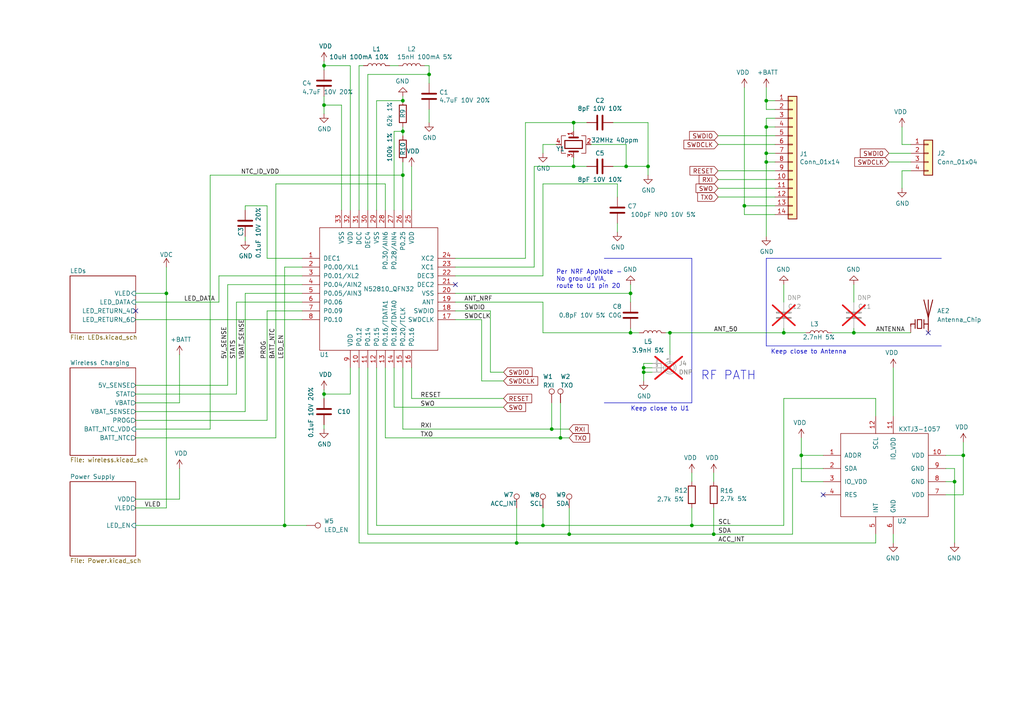
<source format=kicad_sch>
(kicad_sch (version 20230121) (generator eeschema)
  (paper "A4")
  (title_block (title "Pixels D6 Schematic, Main") (date "2022-08-26") (rev "3") (company "Systemic Games, LLC") (comment 1 "Main MCU, Accelerometer and RF"))
  (lib_symbols
    (symbol "Connector_Generic:Conn_01x04" (pin_names (offset 1.016) hide)
      (property "Reference" "J" (at 0 5.08 0))
      (property "Value" "Conn_01x04" (at 0 -7.62 0))
      (symbol "Conn_01x04_1_1"
        (rectangle (start -1.27 -4.953) (end 0 -5.207) (stroke (width 0.1524)))
        (rectangle (start -1.27 -2.413) (end 0 -2.667) (stroke (width 0.1524)))
        (rectangle (start -1.27 0.127) (end 0 -0.127) (stroke (width 0.1524)))
        (rectangle (start -1.27 2.667) (end 0 2.413) (stroke (width 0.1524)))
        (rectangle (start -1.27 3.81) (end 1.27 -6.35) (stroke (width 0.254)) (fill (type background)))
        (pin passive line (at -5.08 2.54 0) (length 3.81) (name "Pin_1") (number "1"))
        (pin passive line (at -5.08 0 0) (length 3.81) (name "Pin_2") (number "2"))
        (pin passive line (at -5.08 -2.54 0) (length 3.81) (name "Pin_3") (number "3"))
        (pin passive line (at -5.08 -5.08 0) (length 3.81) (name "Pin_4") (number "4"))
      )
    )
    (symbol "Connector_Generic:Conn_01x14" (pin_names (offset 1.016) hide)
      (property "Reference" "J" (at 0 17.78 0))
      (property "Value" "Conn_01x14" (at 0 -20.32 0))
      (symbol "Conn_01x14_1_1"
        (rectangle (start -1.27 -17.653) (end 0 -17.907) (stroke (width 0.1524)))
        (rectangle (start -1.27 -15.113) (end 0 -15.367) (stroke (width 0.1524)))
        (rectangle (start -1.27 -12.573) (end 0 -12.827) (stroke (width 0.1524)))
        (rectangle (start -1.27 -10.033) (end 0 -10.287) (stroke (width 0.1524)))
        (rectangle (start -1.27 -7.493) (end 0 -7.747) (stroke (width 0.1524)))
        (rectangle (start -1.27 -4.953) (end 0 -5.207) (stroke (width 0.1524)))
        (rectangle (start -1.27 -2.413) (end 0 -2.667) (stroke (width 0.1524)))
        (rectangle (start -1.27 0.127) (end 0 -0.127) (stroke (width 0.1524)))
        (rectangle (start -1.27 2.667) (end 0 2.413) (stroke (width 0.1524)))
        (rectangle (start -1.27 5.207) (end 0 4.953) (stroke (width 0.1524)))
        (rectangle (start -1.27 7.747) (end 0 7.493) (stroke (width 0.1524)))
        (rectangle (start -1.27 10.287) (end 0 10.033) (stroke (width 0.1524)))
        (rectangle (start -1.27 12.827) (end 0 12.573) (stroke (width 0.1524)))
        (rectangle (start -1.27 15.367) (end 0 15.113) (stroke (width 0.1524)))
        (rectangle (start -1.27 16.51) (end 1.27 -19.05) (stroke (width 0.254)) (fill (type background)))
        (pin passive line (at -5.08 15.24 0) (length 3.81) (name "Pin_1") (number "1"))
        (pin passive line (at -5.08 -7.62 0) (length 3.81) (name "Pin_10") (number "10"))
        (pin passive line (at -5.08 -10.16 0) (length 3.81) (name "Pin_11") (number "11"))
        (pin passive line (at -5.08 -12.7 0) (length 3.81) (name "Pin_12") (number "12"))
        (pin passive line (at -5.08 -15.24 0) (length 3.81) (name "Pin_13") (number "13"))
        (pin passive line (at -5.08 -17.78 0) (length 3.81) (name "Pin_14") (number "14"))
        (pin passive line (at -5.08 12.7 0) (length 3.81) (name "Pin_2") (number "2"))
        (pin passive line (at -5.08 10.16 0) (length 3.81) (name "Pin_3") (number "3"))
        (pin passive line (at -5.08 7.62 0) (length 3.81) (name "Pin_4") (number "4"))
        (pin passive line (at -5.08 5.08 0) (length 3.81) (name "Pin_5") (number "5"))
        (pin passive line (at -5.08 2.54 0) (length 3.81) (name "Pin_6") (number "6"))
        (pin passive line (at -5.08 0 0) (length 3.81) (name "Pin_7") (number "7"))
        (pin passive line (at -5.08 -2.54 0) (length 3.81) (name "Pin_8") (number "8"))
        (pin passive line (at -5.08 -5.08 0) (length 3.81) (name "Pin_9") (number "9"))
      )
    )
    (symbol "Device:Antenna_Chip" (pin_numbers hide) (pin_names (offset 1.016) hide)
      (property "Reference" "AE" (at 0 5.08 0))
      (property "Value" "Antenna_Chip" (at 0 3.175 0))
      (symbol "Antenna_Chip_0_1"
        (polyline (pts (xy -2.54 0) (xy -2.54 -0.635)) (stroke (width 0.254)))
        (polyline (pts (xy -2.54 0) (xy -1.27 0)) (stroke (width 0.254)))
        (polyline (pts (xy 1.27 0) (xy 2.54 0)) (stroke (width 0.254)))
        (polyline (pts (xy 1.27 1.27) (xy 1.27 -1.27)) (stroke (width 0.254)))
        (polyline (pts (xy 2.54 -0.635) (xy 2.54 0)))
        (polyline (pts (xy 2.54 6.985) (xy 2.54 -1.905)) (stroke (width 0.254)))
        (polyline (pts (xy -1.27 1.27) (xy -1.27 -1.27) (xy -1.27 0)) (stroke (width 0.254)))
        (polyline (pts (xy 3.81 6.985) (xy 2.54 1.905) (xy 1.27 6.985)) (stroke (width 0.254)))
        (polyline (pts (xy -0.635 1.27) (xy 0.635 1.27) (xy 0.635 -1.27) (xy -0.635 -1.27) (xy -0.635 1.27)) (stroke (width 0.254)))
      )
      (symbol "Antenna_Chip_1_1"
        (pin input line (at -2.54 -2.54 90) (length 2.54) (name "FEED") (number "1"))
        (pin passive line (at 2.54 -2.54 90) (length 2.54) (name "PCB_Trace") (number "2"))
      )
    )
    (symbol "Device:C" (pin_numbers hide) (pin_names (offset 0.254))
      (property "Reference" "C" (at 0.635 2.54 0))
      (property "Value" "C" (at 0.635 -2.54 0))
      (symbol "C_0_1"
        (polyline (pts (xy -2.032 -0.762) (xy 2.032 -0.762)) (stroke (width 0.508)))
        (polyline (pts (xy -2.032 0.762) (xy 2.032 0.762)) (stroke (width 0.508)))
      )
      (symbol "C_1_1"
        (pin passive line (at 0 3.81 270) (length 2.794) (name "~") (number "1"))
        (pin passive line (at 0 -3.81 90) (length 2.794) (name "~") (number "2"))
      )
    )
    (symbol "Device:Crystal_GND24" (pin_names (offset 1.016) hide)
      (property "Reference" "Y" (at 3.175 5.08 0))
      (property "Value" "Crystal_GND24" (at 3.175 3.175 0))
      (symbol "Crystal_GND24_0_1"
        (rectangle (start -1.143 2.54) (end 1.143 -2.54) (stroke (width 0.3048)))
        (polyline (pts (xy -2.54 0) (xy -2.032 0)))
        (polyline (pts (xy -2.032 -1.27) (xy -2.032 1.27)) (stroke (width 0.508)))
        (polyline (pts (xy 0 -3.81) (xy 0 -3.556)))
        (polyline (pts (xy 0 3.556) (xy 0 3.81)))
        (polyline (pts (xy 2.032 -1.27) (xy 2.032 1.27)) (stroke (width 0.508)))
        (polyline (pts (xy 2.032 0) (xy 2.54 0)))
        (polyline (pts (xy -2.54 -2.286) (xy -2.54 -3.556) (xy 2.54 -3.556) (xy 2.54 -2.286)))
        (polyline (pts (xy -2.54 2.286) (xy -2.54 3.556) (xy 2.54 3.556) (xy 2.54 2.286)))
      )
      (symbol "Crystal_GND24_1_1"
        (pin passive line (at -3.81 0 0) (length 1.27) (name "1") (number "1"))
        (pin passive line (at 0 5.08 270) (length 1.27) (name "2") (number "2"))
        (pin passive line (at 3.81 0 180) (length 1.27) (name "3") (number "3"))
        (pin passive line (at 0 -5.08 90) (length 1.27) (name "4") (number "4"))
      )
    )
    (symbol "Device:L" (pin_numbers hide) (pin_names (offset 1.016) hide)
      (property "Reference" "L" (at -1.27 0 90))
      (property "Value" "L" (at 1.905 0 90))
      (symbol "L_0_1"
        (arc (start 0 -2.54) (mid 0.6323 -1.905) (end 0 -1.27))
        (arc (start 0 -1.27) (mid 0.6323 -0.635) (end 0 0))
        (arc (start 0 0) (mid 0.6323 0.635) (end 0 1.27))
        (arc (start 0 1.27) (mid 0.6323 1.905) (end 0 2.54))
      )
      (symbol "L_1_1"
        (pin passive line (at 0 3.81 270) (length 1.27) (name "1") (number "1"))
        (pin passive line (at 0 -3.81 90) (length 1.27) (name "2") (number "2"))
      )
    )
    (symbol "Device:R" (pin_numbers hide) (pin_names (offset 0))
      (property "Reference" "R" (at 2.032 0 90))
      (property "Value" "R" (at 0 0 90))
      (symbol "R_0_1"
        (rectangle (start -1.016 -2.54) (end 1.016 2.54) (stroke (width 0.254)))
      )
      (symbol "R_1_1"
        (pin passive line (at 0 3.81 270) (length 1.27) (name "~") (number "1"))
        (pin passive line (at 0 -3.81 90) (length 1.27) (name "~") (number "2"))
      )
    )
    (symbol "Pixels-dice:KXTJ3-1057" (pin_names (offset 1.016))
      (property "Reference" "U" (at 10.16 -12.7 0))
      (property "Value" "KXTJ3-1057" (at 8.89 13.97 0))
      (symbol "KXTJ3-1057_0_1"
        (rectangle (start -12.7 12.7) (end 12.7 -11.43))
      )
      (symbol "KXTJ3-1057_1_1"
        (pin input line (at -17.78 6.35 0) (length 5.08) (name "ADDR") (number "1"))
        (pin power_in line (at 17.78 6.35 180) (length 5.08) (name "VDD") (number "10"))
        (pin power_in line (at 2.54 17.78 270) (length 5.08) (name "IO_VDD") (number "11"))
        (pin input line (at -2.54 17.78 270) (length 5.08) (name "SCL") (number "12"))
        (pin bidirectional line (at -17.78 2.54 0) (length 5.08) (name "SDA") (number "2"))
        (pin power_in line (at -17.78 -1.27 0) (length 5.08) (name "IO_VDD") (number "3"))
        (pin passive line (at -17.78 -5.08 0) (length 5.08) (name "RES") (number "4"))
        (pin output line (at -2.54 -16.51 90) (length 5.08) (name "INT") (number "5"))
        (pin power_in line (at 2.54 -16.51 90) (length 5.08) (name "GND") (number "6"))
        (pin power_in line (at 17.78 -5.08 180) (length 5.08) (name "VDD") (number "7"))
        (pin power_in line (at 17.78 -1.27 180) (length 5.08) (name "GND") (number "8"))
        (pin power_in line (at 17.78 2.54 180) (length 5.08) (name "GND") (number "9"))
      )
    )
    (symbol "Pixels-dice:N52810_QFN32" (pin_names (offset 1.016))
      (property "Reference" "U" (at 13.97 -19.05 0))
      (property "Value" "N52810_QFN32" (at 2.54 0 0))
      (symbol "N52810_QFN32_0_1"
        (rectangle (start -17.78 17.78) (end 16.51 -17.78))
      )
      (symbol "N52810_QFN32_1_1"
        (pin power_out line (at -22.86 8.89 0) (length 5.08) (name "DEC1") (number "1"))
        (pin bidirectional line (at -6.35 -22.86 90) (length 5.08) (name "P0.12") (number "10"))
        (pin bidirectional line (at -3.81 -22.86 90) (length 5.08) (name "P0.14") (number "11"))
        (pin bidirectional line (at -1.27 -22.86 90) (length 5.08) (name "P0.15") (number "12"))
        (pin bidirectional line (at 1.27 -22.86 90) (length 5.08) (name "P0.16/TDATA1") (number "13"))
        (pin bidirectional line (at 3.81 -22.86 90) (length 5.08) (name "P0.18/TDATA0") (number "14"))
        (pin bidirectional line (at 6.35 -22.86 90) (length 5.08) (name "P0.20/TCLK") (number "15"))
        (pin bidirectional line (at 8.89 -22.86 90) (length 5.08) (name "P0.16") (number "16"))
        (pin bidirectional line (at 21.59 -8.89 180) (length 5.08) (name "SWDCLK") (number "17"))
        (pin bidirectional line (at 21.59 -6.35 180) (length 5.08) (name "SWDIO") (number "18"))
        (pin output line (at 21.59 -3.81 180) (length 5.08) (name "ANT") (number "19"))
        (pin bidirectional line (at -22.86 6.35 0) (length 5.08) (name "P0.00/XL1") (number "2"))
        (pin output line (at 21.59 -1.27 180) (length 5.08) (name "VSS") (number "20"))
        (pin output line (at 21.59 1.27 180) (length 5.08) (name "DEC2") (number "21"))
        (pin output line (at 21.59 3.81 180) (length 5.08) (name "DEC3") (number "22"))
        (pin output line (at 21.59 6.35 180) (length 5.08) (name "XC1") (number "23"))
        (pin input line (at 21.59 8.89 180) (length 5.08) (name "XC2") (number "24"))
        (pin power_in line (at 8.89 22.86 270) (length 5.08) (name "VDD") (number "25"))
        (pin bidirectional line (at 6.35 22.86 270) (length 5.08) (name "P0.25") (number "26"))
        (pin bidirectional line (at 3.81 22.86 270) (length 5.08) (name "P0.28/AIN4") (number "27"))
        (pin bidirectional line (at 1.27 22.86 270) (length 5.08) (name "P0.30/AIN6") (number "28"))
        (pin power_in line (at -1.27 22.86 270) (length 5.08) (name "VSS") (number "29"))
        (pin bidirectional line (at -22.86 3.81 0) (length 5.08) (name "P0.01/XL2") (number "3"))
        (pin output line (at -3.81 22.86 270) (length 5.08) (name "DEC4") (number "30"))
        (pin output line (at -6.35 22.86 270) (length 5.08) (name "DCC") (number "31"))
        (pin power_in line (at -8.89 22.86 270) (length 5.08) (name "VDD") (number "32"))
        (pin power_in line (at -11.43 22.86 270) (length 5.08) (name "VSS") (number "33"))
        (pin bidirectional line (at -22.86 1.27 0) (length 5.08) (name "P0.04/AIN2") (number "4"))
        (pin bidirectional line (at -22.86 -1.27 0) (length 5.08) (name "P0.05/AIN3") (number "5"))
        (pin bidirectional line (at -22.86 -3.81 0) (length 5.08) (name "P0.06") (number "6"))
        (pin bidirectional line (at -22.86 -6.35 0) (length 5.08) (name "P0.09") (number "7"))
        (pin bidirectional line (at -22.86 -8.89 0) (length 5.08) (name "P0.10") (number "8"))
        (pin power_in line (at -8.89 -22.86 90) (length 5.08) (name "VDD") (number "9"))
      )
    )
    (symbol "Pixels-dice:TEST_1P-conn" (pin_numbers hide) (pin_names (offset 0.762) hide) (in_bom no)
      (property "Reference" "W" (at 0 6.858 0))
      (property "Value" "TEST_1P-conn" (at 0 5.08 0))
      (symbol "TEST_1P-conn_0_1"
        (circle (center 0 3.302) (radius 0.762))
      )
      (symbol "TEST_1P-conn_1_1"
        (pin passive line (at 0 0 90) (length 2.54) (name "1") (number "1"))
      )
    )
    (symbol "Pixels-dice:W.FL"
      (property "Reference" "J" (at 3.81 -1.27 0))
      (property "Value" "W.FL" (at 4.445 1.27 0))
      (symbol "W.FL_0_1"
        (polyline (pts (xy -1.27 -2.54) (xy 1.27 -2.54)))
        (polyline (pts (xy 0 -2.54) (xy 0 -1.905)))
        (circle (center 0 0) (radius 1.27))
        (circle (center 0 0) (radius 1.7961))
      )
      (symbol "W.FL_1_1"
        (pin passive line (at 1.27 -5.08 90) (length 2.54) (name "") (number "1"))
        (pin passive line (at -1.27 -5.08 90) (length 2.54) (name "") (number "2"))
        (pin passive line (at 0 -5.08 90) (length 2.54) (name "") (number "3"))
        (pin passive line (at -3.81 0 0) (length 2.54) (name "RF") (number "4"))
      )
    )
    (symbol "TEST_1P-conn_1" (pin_numbers hide) (pin_names (offset 0.762) hide) (in_bom no)
      (property "Reference" "W" (at 0 6.858 0))
      (property "Value" "TEST_1P-conn_1" (at 0 5.08 0))
      (symbol "TEST_1P-conn_1_0_1"
        (circle (center 0 3.302) (radius 0.762))
      )
      (symbol "TEST_1P-conn_1_1_1"
        (pin passive line (at 0 0 90) (length 2.54) (name "1") (number "1"))
      )
    )
    (symbol "TEST_1P-conn_2" (pin_numbers hide) (pin_names (offset 0.762) hide) (in_bom no)
      (property "Reference" "W" (at 0 6.858 0))
      (property "Value" "TEST_1P-conn_2" (at 0 5.08 0))
      (symbol "TEST_1P-conn_2_0_1"
        (circle (center 0 3.302) (radius 0.762))
      )
      (symbol "TEST_1P-conn_2_1_1"
        (pin passive line (at 0 0 90) (length 2.54) (name "1") (number "1"))
      )
    )
    (symbol "TEST_1P-conn_3" (pin_numbers hide) (pin_names (offset 0.762) hide) (in_bom no)
      (property "Reference" "W" (at 0 6.858 0))
      (property "Value" "TEST_1P-conn_3" (at 0 5.08 0))
      (symbol "TEST_1P-conn_3_0_1"
        (circle (center 0 3.302) (radius 0.762))
      )
      (symbol "TEST_1P-conn_3_1_1"
        (pin passive line (at 0 0 90) (length 2.54) (name "1") (number "1"))
      )
    )
    (symbol "TEST_1P-conn_4" (pin_numbers hide) (pin_names (offset 0.762) hide) (in_bom no)
      (property "Reference" "W" (at 0 6.858 0))
      (property "Value" "TEST_1P-conn_4" (at 0 5.08 0))
      (symbol "TEST_1P-conn_4_0_1"
        (circle (center 0 3.302) (radius 0.762))
      )
      (symbol "TEST_1P-conn_4_1_1"
        (pin passive line (at 0 0 90) (length 2.54) (name "1") (number "1"))
      )
    )
    (symbol "TEST_1P-conn_5" (pin_numbers hide) (pin_names (offset 0.762) hide) (in_bom no)
      (property "Reference" "W" (at 0 6.858 0))
      (property "Value" "TEST_1P-conn_5" (at 0 5.08 0))
      (symbol "TEST_1P-conn_5_0_1"
        (circle (center 0 3.302) (radius 0.762))
      )
      (symbol "TEST_1P-conn_5_1_1"
        (pin passive line (at 0 0 90) (length 2.54) (name "1") (number "1"))
      )
    )
    (symbol "power:+BATT" (power) (pin_names (offset 0))
      (property "Value" "+BATT" (at 0 3.556 0))
      (symbol "+BATT_0_1"
        (polyline (pts (xy -0.762 1.27) (xy 0 2.54)))
        (polyline (pts (xy 0 0) (xy 0 2.54)))
        (polyline (pts (xy 0 2.54) (xy 0.762 1.27)))
      )
      (symbol "+BATT_1_1"
        (pin power_in line (at 0 0 90) (length 0) hide (name "+BATT") (number "1"))
      )
    )
    (symbol "power:GND" (power) (pin_names (offset 0))
      (property "Value" "GND" (at 0 -3.81 0))
      (symbol "GND_0_1"
        (polyline (pts (xy 0 0) (xy 0 -1.27) (xy 1.27 -1.27) (xy 0 -2.54) (xy -1.27 -1.27) (xy 0 -1.27)))
      )
      (symbol "GND_1_1"
        (pin power_in line (at 0 0 270) (length 0) hide (name "GND") (number "1"))
      )
    )
    (symbol "power:VDC" (power) (pin_names (offset 0))
      (property "Value" "VDC" (at 0 6.35 0))
      (symbol "VDC_0_1"
        (polyline (pts (xy -0.762 1.27) (xy 0 2.54)))
        (polyline (pts (xy 0 0) (xy 0 2.54)))
        (polyline (pts (xy 0 2.54) (xy 0.762 1.27)))
      )
      (symbol "VDC_1_1"
        (pin power_in line (at 0 0 90) (length 0) hide (name "VDC") (number "1"))
      )
    )
    (symbol "power:VDD" (power) (pin_names (offset 0))
      (property "Value" "VDD" (at 0 3.81 0))
      (symbol "VDD_0_1"
        (polyline (pts (xy -0.762 1.27) (xy 0 2.54)))
        (polyline (pts (xy 0 0) (xy 0 2.54)))
        (polyline (pts (xy 0 2.54) (xy 0.762 1.27)))
      )
      (symbol "VDD_1_1"
        (pin power_in line (at 0 0 90) (length 0) hide (name "VDD") (number "1"))
      )
    )
  )
  (junction (at 279.4 132.08))
  (junction (at 227.33 96.52))
  (junction (at 181.61 48.26))
  (junction (at 276.86 139.7))
  (junction (at 93.98 30.48))
  (junction (at 116.84 50.8))
  (junction (at 93.98 19.05))
  (junction (at 194.31 96.52))
  (junction (at 116.84 38.1))
  (junction (at 186.69 106.68))
  (junction (at 166.37 48.26))
  (junction (at 149.86 157.48))
  (junction (at 165.1 154.94))
  (junction (at 207.01 154.94))
  (junction (at 222.25 36.83))
  (junction (at 93.98 114.3))
  (junction (at 182.88 85.09))
  (junction (at 82.55 152.4))
  (junction (at 222.25 44.45))
  (junction (at 116.84 29.21))
  (junction (at 222.25 29.21))
  (junction (at 187.96 48.26))
  (junction (at 222.25 46.99))
  (junction (at 48.26 85.09))
  (junction (at 162.56 127))
  (junction (at 124.46 21.59))
  (junction (at 232.41 132.08))
  (junction (at 215.9 59.69))
  (junction (at 157.48 152.4))
  (junction (at 182.88 96.52))
  (junction (at 186.69 107.95))
  (junction (at 160.02 124.46))
  (junction (at 200.66 152.4))
  (junction (at 166.37 35.56))
  (junction (at 247.65 96.52))
  (no_connect (at 132.08 82.55))
  (no_connect (at 238.76 143.51))
  (no_connect (at 269.24 96.52))
  (no_connect (at 39.37 90.17))
  (wire (pts (xy 99.06 30.48) (xy 93.98 30.48)))
  (wire (pts (xy 99.06 60.96) (xy 99.06 30.48)))
  (wire (pts (xy 222.25 34.29) (xy 222.25 36.83)))
  (wire (pts (xy 207.01 137.16) (xy 207.01 139.7)))
  (wire (pts (xy 193.04 96.52) (xy 194.31 96.52)))
  (wire (pts (xy 60.96 50.8) (xy 60.96 124.46)))
  (wire (pts (xy 149.86 147.32) (xy 149.86 157.48)))
  (wire (pts (xy 109.22 29.21) (xy 109.22 60.96)))
  (wire (pts (xy 181.61 41.91) (xy 181.61 48.26)))
  (wire (pts (xy 154.94 77.47) (xy 154.94 48.26)))
  (wire (pts (xy 93.98 19.05) (xy 93.98 20.32)))
  (wire (pts (xy 232.41 139.7) (xy 232.41 132.08)))
  (wire (pts (xy 279.4 143.51) (xy 274.32 143.51)))
  (wire (pts (xy 101.6 19.05) (xy 93.98 19.05)))
  (wire (pts (xy 177.8 48.26) (xy 181.61 48.26)))
  (wire (pts (xy 157.48 80.01) (xy 132.08 80.01)))
  (wire (pts (xy 139.7 110.49) (xy 146.05 110.49)))
  (wire (pts (xy 132.08 74.93) (xy 152.4 74.93)))
  (wire (pts (xy 238.76 135.89) (xy 229.87 135.89)))
  (wire (pts (xy 106.68 154.94) (xy 106.68 106.68)))
  (wire (pts (xy 261.62 49.53) (xy 264.16 49.53)))
  (wire (pts (xy 207.01 147.32) (xy 207.01 154.94)))
  (wire (pts (xy 241.3 96.52) (xy 247.65 96.52)))
  (wire (pts (xy 257.81 46.99) (xy 264.16 46.99)))
  (wire (pts (xy 189.23 106.68) (xy 186.69 106.68)))
  (wire (pts (xy 187.96 35.56) (xy 187.96 48.26)))
  (wire (pts (xy 224.79 46.99) (xy 222.25 46.99)))
  (wire (pts (xy 160.02 124.46) (xy 165.1 124.46)))
  (wire (pts (xy 166.37 35.56) (xy 170.18 35.56)))
  (wire (pts (xy 259.08 154.94) (xy 259.08 157.48)))
  (wire (pts (xy 39.37 114.3) (xy 68.58 114.3)))
  (wire (pts (xy 208.28 41.91) (xy 224.79 41.91)))
  (wire (pts (xy 39.37 147.32) (xy 48.26 147.32)))
  (wire (pts (xy 215.9 59.69) (xy 215.9 62.23)))
  (wire (pts (xy 116.84 124.46) (xy 116.84 106.68)))
  (wire (pts (xy 68.58 87.63) (xy 68.58 114.3)))
  (wire (pts (xy 162.56 127) (xy 165.1 127)))
  (wire (pts (xy 80.01 53.34) (xy 111.76 53.34)))
  (wire (pts (xy 111.76 53.34) (xy 111.76 60.96)))
  (wire (pts (xy 124.46 31.75) (xy 124.46 35.56)))
  (wire (pts (xy 39.37 111.76) (xy 66.04 111.76)))
  (wire (pts (xy 93.98 114.3) (xy 93.98 115.57)))
  (wire (pts (xy 149.86 157.48) (xy 254 157.48)))
  (wire (pts (xy 66.04 82.55) (xy 66.04 111.76)))
  (wire (pts (xy 224.79 59.69) (xy 215.9 59.69)))
  (wire (pts (xy 274.32 139.7) (xy 276.86 139.7)))
  (wire (pts (xy 152.4 74.93) (xy 152.4 35.56)))
  (wire (pts (xy 132.08 90.17) (xy 142.24 90.17)))
  (wire (pts (xy 186.69 107.95) (xy 186.69 110.49)))
  (wire (pts (xy 114.3 106.68) (xy 114.3 118.11)))
  (wire (pts (xy 109.22 106.68) (xy 109.22 152.4)))
  (wire (pts (xy 101.6 60.96) (xy 101.6 19.05)))
  (wire (pts (xy 39.37 87.63) (xy 63.5 87.63)))
  (wire (pts (xy 254 120.65) (xy 254 115.57)))
  (wire (pts (xy 222.25 31.75) (xy 224.79 31.75)))
  (wire (pts (xy 93.98 114.3) (xy 93.98 113.03)))
  (wire (pts (xy 182.88 96.52) (xy 185.42 96.52)))
  (wire (pts (xy 142.24 107.95) (xy 146.05 107.95)))
  (wire (pts (xy 222.25 29.21) (xy 222.25 31.75)))
  (wire (pts (xy 161.29 41.91) (xy 157.48 41.91)))
  (wire (pts (xy 182.88 85.09) (xy 182.88 87.63)))
  (wire (pts (xy 160.02 116.84) (xy 160.02 124.46)))
  (wire (pts (xy 39.37 127) (xy 80.01 127)))
  (wire (pts (xy 222.25 44.45) (xy 222.25 46.99)))
  (wire (pts (xy 52.07 144.78) (xy 52.07 135.89)))
  (wire (pts (xy 104.14 19.05) (xy 104.14 60.96)))
  (wire (pts (xy 114.3 38.1) (xy 114.3 60.96)))
  (wire (pts (xy 123.19 19.05) (xy 124.46 19.05)))
  (wire (pts (xy 124.46 21.59) (xy 106.68 21.59)))
  (wire (pts (xy 165.1 154.94) (xy 207.01 154.94)))
  (wire (pts (xy 208.28 49.53) (xy 224.79 49.53)))
  (wire (pts (xy 232.41 132.08) (xy 238.76 132.08)))
  (wire (pts (xy 194.31 96.52) (xy 194.31 102.87)))
  (wire (pts (xy 186.69 106.68) (xy 186.69 107.95)))
  (wire (pts (xy 177.8 35.56) (xy 187.96 35.56)))
  (wire (pts (xy 227.33 95.25) (xy 227.33 96.52)))
  (wire (pts (xy 222.25 36.83) (xy 222.25 44.45)))
  (polyline (pts (xy 222.25 74.93) (xy 222.25 100.33)))
  (wire (pts (xy 39.37 85.09) (xy 48.26 85.09)))
  (wire (pts (xy 274.32 135.89) (xy 276.86 135.89)))
  (wire (pts (xy 279.4 132.08) (xy 279.4 143.51)))
  (wire (pts (xy 114.3 38.1) (xy 116.84 38.1)))
  (wire (pts (xy 261.62 41.91) (xy 264.16 41.91)))
  (wire (pts (xy 132.08 85.09) (xy 182.88 85.09)))
  (polyline (pts (xy 200.66 74.93) (xy 200.66 116.84)))
  (wire (pts (xy 257.81 44.45) (xy 264.16 44.45)))
  (wire (pts (xy 182.88 95.25) (xy 182.88 96.52)))
  (wire (pts (xy 154.94 48.26) (xy 166.37 48.26)))
  (wire (pts (xy 261.62 36.83) (xy 261.62 41.91)))
  (wire (pts (xy 232.41 132.08) (xy 232.41 127)))
  (wire (pts (xy 101.6 114.3) (xy 93.98 114.3)))
  (wire (pts (xy 157.48 87.63) (xy 157.48 96.52)))
  (wire (pts (xy 189.23 107.95) (xy 186.69 107.95)))
  (wire (pts (xy 116.84 50.8) (xy 116.84 60.96)))
  (wire (pts (xy 111.76 127) (xy 162.56 127)))
  (wire (pts (xy 227.33 115.57) (xy 227.33 152.4)))
  (wire (pts (xy 276.86 139.7) (xy 276.86 157.48)))
  (wire (pts (xy 82.55 77.47) (xy 82.55 152.4)))
  (wire (pts (xy 189.23 105.41) (xy 186.69 105.41)))
  (wire (pts (xy 200.66 137.16) (xy 200.66 139.7)))
  (wire (pts (xy 88.9 152.4) (xy 82.55 152.4)))
  (wire (pts (xy 222.25 34.29) (xy 224.79 34.29)))
  (wire (pts (xy 166.37 48.26) (xy 170.18 48.26)))
  (wire (pts (xy 132.08 87.63) (xy 157.48 87.63)))
  (wire (pts (xy 215.9 62.23) (xy 224.79 62.23)))
  (wire (pts (xy 222.25 46.99) (xy 222.25 68.58)))
  (wire (pts (xy 116.84 124.46) (xy 160.02 124.46)))
  (wire (pts (xy 179.07 53.34) (xy 179.07 57.15)))
  (wire (pts (xy 116.84 27.94) (xy 116.84 29.21)))
  (wire (pts (xy 119.38 106.68) (xy 119.38 115.57)))
  (wire (pts (xy 227.33 96.52) (xy 233.68 96.52)))
  (wire (pts (xy 261.62 49.53) (xy 261.62 54.61)))
  (wire (pts (xy 208.28 57.15) (xy 224.79 57.15)))
  (wire (pts (xy 157.48 152.4) (xy 200.66 152.4)))
  (wire (pts (xy 152.4 35.56) (xy 166.37 35.56)))
  (wire (pts (xy 63.5 80.01) (xy 87.63 80.01)))
  (wire (pts (xy 182.88 82.55) (xy 182.88 85.09)))
  (wire (pts (xy 39.37 144.78) (xy 52.07 144.78)))
  (wire (pts (xy 39.37 119.38) (xy 71.12 119.38)))
  (wire (pts (xy 124.46 19.05) (xy 124.46 21.59)))
  (wire (pts (xy 48.26 85.09) (xy 48.26 147.32)))
  (wire (pts (xy 82.55 77.47) (xy 87.63 77.47)))
  (wire (pts (xy 200.66 152.4) (xy 227.33 152.4)))
  (wire (pts (xy 106.68 154.94) (xy 165.1 154.94)))
  (wire (pts (xy 119.38 48.26) (xy 119.38 60.96)))
  (wire (pts (xy 82.55 152.4) (xy 39.37 152.4)))
  (wire (pts (xy 208.28 54.61) (xy 224.79 54.61)))
  (wire (pts (xy 87.63 82.55) (xy 66.04 82.55)))
  (wire (pts (xy 116.84 46.99) (xy 116.84 50.8)))
  (wire (pts (xy 104.14 19.05) (xy 105.41 19.05)))
  (wire (pts (xy 77.47 90.17) (xy 87.63 90.17)))
  (wire (pts (xy 247.65 95.25) (xy 247.65 96.52)))
  (wire (pts (xy 39.37 92.71) (xy 87.63 92.71)))
  (wire (pts (xy 104.14 157.48) (xy 149.86 157.48)))
  (wire (pts (xy 139.7 92.71) (xy 139.7 110.49)))
  (wire (pts (xy 77.47 74.93) (xy 87.63 74.93)))
  (wire (pts (xy 171.45 41.91) (xy 181.61 41.91)))
  (wire (pts (xy 93.98 19.05) (xy 93.98 17.78)))
  (wire (pts (xy 39.37 124.46) (xy 60.96 124.46)))
  (polyline (pts (xy 222.25 74.93) (xy 273.05 74.93)))
  (wire (pts (xy 93.98 30.48) (xy 93.98 33.02)))
  (wire (pts (xy 39.37 121.92) (xy 77.47 121.92)))
  (polyline (pts (xy 175.26 116.84) (xy 200.66 116.84)))
  (wire (pts (xy 157.48 96.52) (xy 182.88 96.52)))
  (wire (pts (xy 48.26 85.09) (xy 48.26 77.47)))
  (wire (pts (xy 227.33 82.55) (xy 227.33 87.63)))
  (wire (pts (xy 132.08 92.71) (xy 139.7 92.71)))
  (wire (pts (xy 194.31 96.52) (xy 227.33 96.52)))
  (wire (pts (xy 165.1 147.32) (xy 165.1 154.94)))
  (wire (pts (xy 229.87 135.89) (xy 229.87 154.94)))
  (wire (pts (xy 224.79 44.45) (xy 222.25 44.45)))
  (wire (pts (xy 71.12 68.58) (xy 71.12 69.85)))
  (wire (pts (xy 146.05 115.57) (xy 119.38 115.57)))
  (wire (pts (xy 116.84 38.1) (xy 116.84 39.37)))
  (wire (pts (xy 222.25 25.4) (xy 222.25 29.21)))
  (wire (pts (xy 162.56 116.84) (xy 162.56 127)))
  (wire (pts (xy 157.48 147.32) (xy 157.48 152.4)))
  (wire (pts (xy 77.47 59.69) (xy 71.12 59.69)))
  (wire (pts (xy 247.65 96.52) (xy 264.16 96.52)))
  (wire (pts (xy 142.24 90.17) (xy 142.24 107.95)))
  (wire (pts (xy 109.22 29.21) (xy 116.84 29.21)))
  (wire (pts (xy 186.69 105.41) (xy 186.69 106.68)))
  (wire (pts (xy 279.4 128.27) (xy 279.4 132.08)))
  (wire (pts (xy 93.98 27.94) (xy 93.98 30.48)))
  (wire (pts (xy 157.48 53.34) (xy 157.48 80.01)))
  (wire (pts (xy 254 154.94) (xy 254 157.48)))
  (wire (pts (xy 106.68 21.59) (xy 106.68 60.96)))
  (wire (pts (xy 71.12 85.09) (xy 71.12 119.38)))
  (wire (pts (xy 181.61 48.26) (xy 187.96 48.26)))
  (wire (pts (xy 77.47 74.93) (xy 77.47 59.69)))
  (wire (pts (xy 207.01 154.94) (xy 229.87 154.94)))
  (wire (pts (xy 116.84 36.83) (xy 116.84 38.1)))
  (wire (pts (xy 63.5 87.63) (xy 63.5 80.01)))
  (wire (pts (xy 80.01 53.34) (xy 80.01 127)))
  (wire (pts (xy 39.37 116.84) (xy 52.07 116.84)))
  (wire (pts (xy 247.65 82.55) (xy 247.65 87.63)))
  (wire (pts (xy 104.14 106.68) (xy 104.14 157.48)))
  (wire (pts (xy 179.07 64.77) (xy 179.07 67.31)))
  (wire (pts (xy 157.48 41.91) (xy 157.48 44.45)))
  (wire (pts (xy 68.58 87.63) (xy 87.63 87.63)))
  (wire (pts (xy 113.03 19.05) (xy 115.57 19.05)))
  (wire (pts (xy 187.96 48.26) (xy 187.96 50.8)))
  (wire (pts (xy 166.37 45.72) (xy 166.37 48.26)))
  (wire (pts (xy 208.28 39.37) (xy 224.79 39.37)))
  (wire (pts (xy 166.37 38.1) (xy 166.37 35.56)))
  (wire (pts (xy 279.4 132.08) (xy 274.32 132.08)))
  (wire (pts (xy 254 115.57) (xy 227.33 115.57)))
  (wire (pts (xy 179.07 53.34) (xy 157.48 53.34)))
  (wire (pts (xy 238.76 139.7) (xy 232.41 139.7)))
  (polyline (pts (xy 222.25 100.33) (xy 273.05 100.33)))
  (wire (pts (xy 146.05 118.11) (xy 114.3 118.11)))
  (wire (pts (xy 71.12 59.69) (xy 71.12 60.96)))
  (wire (pts (xy 224.79 36.83) (xy 222.25 36.83)))
  (wire (pts (xy 77.47 121.92) (xy 77.47 90.17)))
  (wire (pts (xy 111.76 127) (xy 111.76 106.68)))
  (wire (pts (xy 215.9 25.4) (xy 215.9 59.69)))
  (wire (pts (xy 276.86 135.89) (xy 276.86 139.7)))
  (wire (pts (xy 259.08 106.68) (xy 259.08 120.65)))
  (wire (pts (xy 222.25 29.21) (xy 224.79 29.21)))
  (wire (pts (xy 132.08 77.47) (xy 154.94 77.47)))
  (wire (pts (xy 200.66 147.32) (xy 200.66 152.4)))
  (wire (pts (xy 101.6 106.68) (xy 101.6 114.3)))
  (wire (pts (xy 52.07 102.87) (xy 52.07 116.84)))
  (wire (pts (xy 87.63 85.09) (xy 71.12 85.09)))
  (wire (pts (xy 116.84 50.8) (xy 60.96 50.8)))
  (polyline (pts (xy 175.26 74.93) (xy 200.66 74.93)))
  (wire (pts (xy 208.28 52.07) (xy 224.79 52.07)))
  (wire (pts (xy 124.46 21.59) (xy 124.46 24.13)))
  (wire (pts (xy 109.22 152.4) (xy 157.48 152.4)))
  (wire (pts (xy 93.98 123.19) (xy 93.98 124.46)))
  (text "Per NRF AppNote -\nNo ground VIA,\nroute to U1 pin 20" (at 161.29 83.82 0) (effects (font (size 1.27 1.27)) (justify left bottom)))
  (text "Keep close to U1" (at 182.88 119.38 0) (effects (font (size 1.27 1.27)) (justify left bottom)))
  (text "Keep close to Antenna" (at 223.52 102.87 0) (effects (font (size 1.27 1.27)) (justify left bottom)))
  (text "RF PATH" (at 203.2 110.49 0) (effects (font (size 2.54 2.54)) (justify left bottom)))
  (label "BATT_NTC" (at 80.01 104.14 90))
  (label "ANTENNA" (at 254 96.52 0))
  (label "TXO" (at 121.92 127 0))
  (label "PROG" (at 77.47 104.14 90))
  (label "ACC_INT" (at 208.28 157.48 0))
  (label "ANT_NRF" (at 134.62 87.63 0))
  (label "SWDCLK" (at 134.62 92.71 0))
  (label "VBAT_SENSE" (at 71.12 104.14 90))
  (label "5V_SENSE" (at 66.04 104.14 90))
  (label "SDA" (at 208.28 154.94 0))
  (label "LED_EN" (at 82.55 104.14 90))
  (label "RXI" (at 121.92 124.46 0))
  (label "SWDIO" (at 134.62 90.17 0))
  (label "SWO" (at 121.92 118.11 0))
  (label "ANT_50" (at 207.01 96.52 0))
  (label "NTC_ID_VDD" (at 69.85 50.8 0))
  (label "LED_DATA" (at 53.34 87.63 0))
  (label "RESET" (at 121.92 115.57 0))
  (label "SCL" (at 208.28 152.4 0))
  (label "VLED" (at 41.91 147.32 0))
  (label "STATS" (at 68.58 104.14 90))
  (global_label "TXO" (shape input) (at 165.1 127 0) (property "Intersheetrefs" "${INTERSHEET_REFS}" (effects hide)))
  (global_label "RESET" (shape input) (at 208.28 49.53 180) (property "Intersheetrefs" "${INTERSHEET_REFS}" (effects hide)))
  (global_label "SWDIO" (shape input) (at 146.05 107.95 0) (property "Intersheetrefs" "${INTERSHEET_REFS}" (effects hide)))
  (global_label "RXI" (shape input) (at 208.28 52.07 180) (property "Intersheetrefs" "${INTERSHEET_REFS}" (effects hide)))
  (global_label "SWDCLK" (shape input) (at 257.81 46.99 180) (property "Intersheetrefs" "${INTERSHEET_REFS}" (effects hide)))
  (global_label "SWO" (shape input) (at 146.05 118.11 0) (property "Intersheetrefs" "${INTERSHEET_REFS}" (effects hide)))
  (global_label "SWDCLK" (shape input) (at 146.05 110.49 0) (property "Intersheetrefs" "${INTERSHEET_REFS}" (effects hide)))
  (global_label "TXO" (shape input) (at 208.28 57.15 180) (property "Intersheetrefs" "${INTERSHEET_REFS}" (effects hide)))
  (global_label "RESET" (shape input) (at 146.05 115.57 0) (property "Intersheetrefs" "${INTERSHEET_REFS}" (effects hide)))
  (global_label "SWDIO" (shape input) (at 257.81 44.45 180) (property "Intersheetrefs" "${INTERSHEET_REFS}" (effects hide)))
  (global_label "SWO" (shape input) (at 208.28 54.61 180) (property "Intersheetrefs" "${INTERSHEET_REFS}" (effects hide)))
  (global_label "RXI" (shape input) (at 165.1 124.46 0) (property "Intersheetrefs" "${INTERSHEET_REFS}" (effects hide)))
  (global_label "SWDCLK" (shape input) (at 208.28 41.91 180) (property "Intersheetrefs" "${INTERSHEET_REFS}" (effects hide)))
  (global_label "SWDIO" (shape input) (at 208.28 39.37 180) (property "Intersheetrefs" "${INTERSHEET_REFS}" (effects hide)))
  (symbol (lib_id "power:GND") (at 93.98 124.46 0) (unit 1)
    (property "Reference" "#PWR016" (effects hide))
    (property "Value" "GND" (at 94.107 128.8542 0))
  )
  (symbol (lib_id "power:VDD") (at 93.98 113.03 0) (unit 1)
    (property "Reference" "#PWR014" (effects hide))
    (property "Value" "VDD" (at 94.4118 108.6358 0))
  )
  (symbol (lib_id "Device:C") (at 93.98 119.38 0) (unit 1)
    (property "Reference" "C10" (at 97.79 119.38 0) (effects (justify left)))
    (property "Value" "0.1uF 10V 20%" (at 90.17 127 90) (effects (justify left)))
    (property "Footprint" "Capacitor_SMD:C_0402_1005Metric" (effects hide))
    (property "Generic OK" "YES" (effects hide))
    (property "Pixels Part Number" "SMD-C005" (effects hide))
    (property "Manufacturer" "Murata" (effects hide))
    (property "Manufacturer Part Number" "GRM155R61H104KE19D" (effects hide))
  )
  (symbol (lib_id "power:GND") (at 93.98 33.02 0) (unit 1)
    (property "Reference" "#PWR08" (effects hide))
    (property "Value" "GND" (at 94.107 37.4142 0))
  )
  (symbol (lib_id "power:VDD") (at 93.98 17.78 0) (unit 1)
    (property "Reference" "#PWR01" (effects hide))
    (property "Value" "VDD" (at 94.4118 13.3858 0))
  )
  (symbol (lib_id "Device:C") (at 93.98 24.13 0) (unit 1)
    (property "Reference" "C4" (at 87.63 24.13 0) (effects (justify left)))
    (property "Value" "4.7uF 10V 20%" (at 87.63 26.67 0) (effects (justify left)))
    (property "Footprint" "Pixels-dice:C_0402_1005Metric" (effects hide))
    (property "Generic OK" "YES" (effects hide))
    (property "Pixels Part Number" "SMD-C002" (effects hide))
    (property "Manufacturer" "Murata" (effects hide))
    (property "Manufacturer Part Number" "GRM155R61A475MEAAJ" (effects hide))
  )
  (symbol (lib_id "power:GND") (at 71.12 69.85 0) (unit 1)
    (property "Reference" "#PWR05" (effects hide))
    (property "Value" "GND" (at 71.247 74.2442 0))
  )
  (symbol (lib_id "Device:C") (at 71.12 64.77 0) (unit 1)
    (property "Reference" "C3" (at 69.85 68.58 90) (effects (justify left)))
    (property "Value" "0.1uF 10V 20%" (at 74.93 74.93 90) (effects (justify left)))
    (property "Footprint" "Capacitor_SMD:C_0402_1005Metric" (effects hide))
    (property "Generic OK" "YES" (effects hide))
    (property "Pixels Part Number" "SMD-C005" (effects hide))
    (property "Manufacturer" "Murata" (effects hide))
    (property "Manufacturer Part Number" "GRM155R61H104KE19D" (effects hide))
  )
  (symbol (lib_id "Device:L") (at 109.22 19.05 90) (unit 1)
    (property "Reference" "L1" (at 109.22 14.224 90))
    (property "Value" "10uH 100mA 10%" (at 104.14 16.51 90))
    (property "Footprint" "Inductor_SMD:L_0805_2012Metric" (effects hide))
    (property "Generic OK" "YES" (effects hide))
    (property "Pixels Part Number" "SMD-L001" (effects hide))
    (property "Manufacturer" "Murata" (effects hide))
    (property "Manufacturer Part Number" "LQM21FN100M80L" (effects hide))
  )
  (symbol (lib_id "Device:L") (at 119.38 19.05 90) (unit 1)
    (property "Reference" "L2" (at 119.38 14.224 90))
    (property "Value" "15nH 100mA 5%" (at 123.19 16.51 90))
    (property "Footprint" "Inductor_SMD:L_0402_1005Metric" (effects hide))
    (property "Generic OK" "YES" (effects hide))
    (property "Pixels Part Number" "SMD-L002" (effects hide))
    (property "Manufacturer" "Murata" (effects hide))
    (property "Manufacturer Part Number" "LQG15HS15NJ02D" (effects hide))
  )
  (symbol (lib_id "Device:C") (at 124.46 27.94 0) (unit 1)
    (property "Reference" "C1" (at 127.381 26.7716 0) (effects (justify left)))
    (property "Value" "4.7uF 10V 20%" (at 127.381 29.083 0) (effects (justify left)))
    (property "Footprint" "Pixels-dice:C_0402_1005Metric" (effects hide))
    (property "Generic OK" "YES" (effects hide))
    (property "Pixels Part Number" "SMD-C002" (effects hide))
    (property "Manufacturer" "Murata" (effects hide))
    (property "Manufacturer Part Number" "GRM155R61A475MEAAJ" (effects hide))
  )
  (symbol (lib_id "power:GND") (at 124.46 35.56 0) (unit 1)
    (property "Reference" "#PWR03" (effects hide))
    (property "Value" "GND" (at 124.587 39.9542 0))
  )
  (symbol (lib_id "Device:Crystal_GND24") (at 166.37 41.91 270) (unit 1)
    (property "Reference" "Y1" (at 161.29 43.18 90) (effects (justify left)))
    (property "Value" "32MHz 40ppm" (at 171.45 40.64 90) (effects (justify left)))
    (property "Footprint" "Pixels-dice:Crystal_SMD_2016-4Pin_2.0x1.6mm" (effects hide))
    (property "Generic OK" "YES" (effects hide))
    (property "Manufacturer" "Murata" (effects hide))
    (property "Manufacturer Part Number" "XRCGB32M000F2P00R0" (effects hide))
    (property "Pixels Part Number" "SMD-Y001" (effects hide))
  )
  (symbol (lib_id "Device:C") (at 173.99 35.56 270) (unit 1)
    (property "Reference" "C2" (at 173.99 29.1592 90))
    (property "Value" "8pF 10V 10%" (at 173.99 31.4706 90))
    (property "Footprint" "Capacitor_SMD:C_0402_1005Metric" (effects hide))
    (property "Generic OK" "YES" (effects hide))
    (property "Pixels Part Number" "SMD-C001" (effects hide))
    (property "Manufacturer" "Murata" (effects hide))
    (property "Manufacturer Part Number" "GRT1555C2A8R0DA02" (effects hide))
  )
  (symbol (lib_id "Device:C") (at 173.99 48.26 270) (unit 1)
    (property "Reference" "C5" (at 173.99 44.45 90))
    (property "Value" "8pF 10V 10%" (at 173.99 52.07 90))
    (property "Footprint" "Capacitor_SMD:C_0402_1005Metric" (effects hide))
    (property "Generic OK" "YES" (effects hide))
    (property "Pixels Part Number" "SMD-C001" (effects hide))
    (property "Manufacturer" "Murata" (effects hide))
    (property "Manufacturer Part Number" "GRT1555C2A8R0DA02" (effects hide))
  )
  (symbol (lib_id "power:GND") (at 187.96 50.8 0) (unit 1)
    (property "Reference" "#PWR09" (effects hide))
    (property "Value" "GND" (at 188.087 55.1942 0))
  )
  (symbol (lib_id "power:GND") (at 179.07 67.31 0) (unit 1)
    (property "Reference" "#PWR011" (effects hide))
    (property "Value" "GND" (at 179.197 71.7042 0))
  )
  (symbol (lib_id "Device:C") (at 179.07 60.96 0) (unit 1)
    (property "Reference" "C7" (at 181.991 59.7916 0) (effects (justify left)))
    (property "Value" "100pF NP0 10V 5%" (at 182.88 62.23 0) (effects (justify left)))
    (property "Footprint" "Capacitor_SMD:C_0402_1005Metric" (effects hide))
    (property "Generic OK" "YES" (effects hide))
    (property "Pixels Part Number" "SMD-C003" (effects hide))
    (property "Manufacturer" "Murata" (effects hide))
    (property "Manufacturer Part Number" "GCM1555C1H101JA16J" (effects hide))
  )
  (symbol (lib_id "power:GND") (at 157.48 44.45 0) (unit 1)
    (property "Reference" "#PWR06" (effects hide))
    (property "Value" "GND" (at 157.607 48.8442 0))
  )
  (symbol (lib_id "power:VDD") (at 52.07 135.89 0) (unit 1)
    (property "Reference" "#PWR021" (effects hide))
    (property "Value" "VDD" (at 52.5018 131.4958 0))
  )
  (symbol (lib_name "TEST_1P-conn_1") (lib_id "Pixels-dice:TEST_1P-conn") (at 160.02 116.84 0) (unit 1) (in_bom no)
    (property "Reference" "W1" (at 157.48 109.22 0) (effects (justify left)))
    (property "Value" "RXI" (at 157.48 111.76 0) (effects (justify left)))
    (property "Footprint" "Pixels-dice:TEST_PIN" (effects hide))
    (property "Generic OK" "N/A" (effects hide))
  )
  (symbol (lib_name "TEST_1P-conn_2") (lib_id "Pixels-dice:TEST_1P-conn") (at 162.56 116.84 0) (unit 1) (in_bom no)
    (property "Reference" "W2" (at 162.56 109.22 0) (effects (justify left)))
    (property "Value" "TXO" (at 162.56 111.76 0) (effects (justify left)))
    (property "Footprint" "Pixels-dice:TEST_PIN" (effects hide))
    (property "Generic OK" "N/A" (effects hide))
  )
  (symbol (lib_id "Pixels-dice:TEST_1P-conn") (at 88.9 152.4 270) (unit 1) (in_bom no)
    (property "Reference" "W5" (at 93.98 151.13 90) (effects (justify left)))
    (property "Value" "LED_EN" (at 93.98 153.67 90) (effects (justify left)))
    (property "Footprint" "Pixels-dice:TEST_PIN" (effects hide))
    (property "Generic OK" "N/A" (effects hide))
  )
  (symbol (lib_name "TEST_1P-conn_5") (lib_id "Pixels-dice:TEST_1P-conn") (at 149.86 147.32 0) (unit 1) (in_bom no)
    (property "Reference" "W7" (at 146.05 143.51 0) (effects (justify left)))
    (property "Value" "ACC_INT" (at 142.24 146.05 0) (effects (justify left)))
    (property "Footprint" "Pixels-dice:TEST_PIN" (effects hide))
    (property "Generic OK" "N/A" (effects hide))
  )
  (symbol (lib_name "TEST_1P-conn_3") (lib_id "Pixels-dice:TEST_1P-conn") (at 157.48 147.32 0) (unit 1) (in_bom no)
    (property "Reference" "W8" (at 153.67 143.51 0) (effects (justify left)))
    (property "Value" "SCL" (at 153.67 146.05 0) (effects (justify left)))
    (property "Footprint" "Pixels-dice:TEST_PIN" (effects hide))
    (property "Generic OK" "N/A" (effects hide))
  )
  (symbol (lib_name "TEST_1P-conn_4") (lib_id "Pixels-dice:TEST_1P-conn") (at 165.1 147.32 0) (unit 1) (in_bom no)
    (property "Reference" "W9" (at 161.29 143.51 0) (effects (justify left)))
    (property "Value" "SDA" (at 161.29 146.05 0) (effects (justify left)))
    (property "Footprint" "Pixels-dice:TEST_PIN" (effects hide))
    (property "Generic OK" "N/A" (effects hide))
  )
  (symbol (lib_id "Pixels-dice:N52810_QFN32") (at 110.49 83.82 0) (unit 1)
    (property "Reference" "U1" (at 92.71 102.87 0) (effects (justify left)))
    (property "Value" "N52810_QFN32" (at 105.41 83.82 0) (effects (justify left)))
    (property "Footprint" "Package_DFN_QFN:QFN-32-1EP_5x5mm_P0.5mm_EP3.1x3.1mm" (effects hide))
    (property "Generic OK" "NO" (effects hide))
    (property "Manufacturer" "Nordic Semiconductor" (effects hide))
    (property "Manufacturer Part Number" "NRF52810-QCAA-R" (effects hide))
    (property "Pixels Part Number" "SMD-U001" (effects hide))
  )
  (symbol (lib_id "power:VDD") (at 119.38 48.26 0) (unit 1)
    (property "Reference" "#PWR04" (effects hide))
    (property "Value" "VDD" (at 119.8118 43.8658 0))
  )
  (symbol (lib_id "Connector_Generic:Conn_01x14") (at 229.87 44.45 0) (unit 1) (in_bom no)
    (property "Reference" "J1" (at 231.902 44.6532 0) (effects (justify left)))
    (property "Value" "Conn_01x14" (at 231.902 46.9646 0) (effects (justify left)))
    (property "Footprint" "Pixels-dice:FPC_14" (effects hide))
    (property "Generic OK" "N/A" (effects hide))
  )
  (symbol (lib_id "power:+BATT") (at 222.25 25.4 0) (unit 1)
    (property "Reference" "#PWR07" (effects hide))
    (property "Value" "+BATT" (at 222.631 21.0058 0))
  )
  (symbol (lib_id "power:VDD") (at 215.9 25.4 0) (mirror y) (unit 1)
    (property "Reference" "#PWR02" (effects hide))
    (property "Value" "VDD" (at 215.4682 21.0058 0))
  )
  (symbol (lib_id "power:GND") (at 222.25 68.58 0) (unit 1)
    (property "Reference" "#PWR013" (effects hide))
    (property "Value" "GND" (at 222.377 72.9742 0))
  )
  (symbol (lib_id "Device:R") (at 116.84 43.18 0) (unit 1)
    (property "Reference" "R10" (at 116.84 43.18 90))
    (property "Value" "100k 1%" (at 113.03 46.99 90) (effects (justify left)))
    (property "Footprint" "Resistor_SMD:R_0402_1005Metric" (effects hide))
    (property "Generic OK" "YES" (effects hide))
    (property "Pixels Part Number" "SMD-R006" (effects hide))
    (property "Manufacturer" "UNI-ROYAL(Uniroyal Elec)" (effects hide))
    (property "Manufacturer Part Number" "0402WGF1003TCE" (effects hide))
  )
  (symbol (lib_id "Device:R") (at 116.84 33.02 0) (unit 1)
    (property "Reference" "R9" (at 116.84 34.29 90) (effects (justify left)))
    (property "Value" "62k 1%" (at 113.03 36.83 90) (effects (justify left)))
    (property "Footprint" "Resistor_SMD:R_0402_1005Metric" (effects hide))
    (property "Generic OK" "YES" (effects hide))
    (property "Manufacturer" "UNI-ROYAL(Uniroyal Elec)" (effects hide))
    (property "Manufacturer Part Number" "0402WGF6202TCE" (effects hide))
  )
  (symbol (lib_id "Device:R") (at 200.66 143.51 0) (unit 1)
    (property "Reference" "R12" (at 195.58 142.24 0) (effects (justify left)))
    (property "Value" "2.7k 5%" (at 190.5 144.78 0) (effects (justify left)))
    (property "Footprint" "Resistor_SMD:R_0402_1005Metric" (effects hide))
    (property "Generic OK" "YES" (effects hide))
    (property "Manufacturer" "UNI-ROYAL(Uniroyal Elec)" (effects hide))
    (property "Manufacturer Part Number" "0402WGJ0272TCE" (effects hide))
    (property "Pixels Part Number" "SMD-R021" (effects hide))
  )
  (symbol (lib_id "Device:R") (at 207.01 143.51 0) (unit 1)
    (property "Reference" "R16" (at 208.788 142.3416 0) (effects (justify left)))
    (property "Value" "2.7k 5%" (at 208.788 144.653 0) (effects (justify left)))
    (property "Footprint" "Resistor_SMD:R_0402_1005Metric" (effects hide))
    (property "Generic OK" "YES" (effects hide))
    (property "Manufacturer" "UNI-ROYAL(Uniroyal Elec)" (effects hide))
    (property "Manufacturer Part Number" "0402WGJ0272TCE" (effects hide))
    (property "Pixels Part Number" "SMD-R021" (effects hide))
  )
  (symbol (lib_id "power:VDD") (at 207.01 137.16 0) (mirror y) (unit 1)
    (property "Reference" "#PWR046" (effects hide))
    (property "Value" "VDD" (at 206.5782 132.7658 0))
  )
  (symbol (lib_id "power:VDD") (at 200.66 137.16 0) (mirror y) (unit 1)
    (property "Reference" "#PWR045" (effects hide))
    (property "Value" "VDD" (at 200.2282 132.7658 0))
  )
  (symbol (lib_id "Pixels-dice:KXTJ3-1057") (at 256.54 138.43 0) (unit 1)
    (property "Reference" "U2" (at 261.62 151.13 0))
    (property "Value" "KXTJ3-1057" (at 266.7 124.46 0))
    (property "Footprint" "Package_LGA:LGA-12_2x2mm_P0.5mm" (effects hide))
    (property "Manufacturer" "Kionix" (effects hide))
    (property "Manufacturer Part Number" "KXTJ3-1057" (effects hide))
    (property "Pixels Part Number" "SMD-U002-ALT1" (effects hide))
    (property "Generic OK" "NO" (effects hide))
  )
  (symbol (lib_id "power:VDD") (at 279.4 128.27 0) (mirror y) (unit 1)
    (property "Reference" "#PWR037" (effects hide))
    (property "Value" "VDD" (at 278.9682 123.8758 0))
  )
  (symbol (lib_id "power:GND") (at 259.08 157.48 0) (mirror y) (unit 1)
    (property "Reference" "#PWR047" (effects hide))
    (property "Value" "GND" (at 258.953 161.8742 0))
  )
  (symbol (lib_id "power:GND") (at 276.86 157.48 0) (mirror y) (unit 1)
    (property "Reference" "#PWR048" (effects hide))
    (property "Value" "GND" (at 276.733 161.8742 0))
  )
  (symbol (lib_id "power:VDD") (at 259.08 106.68 0) (mirror y) (unit 1)
    (property "Reference" "#PWR015" (effects hide))
    (property "Value" "VDD" (at 258.6482 102.2858 0))
  )
  (symbol (lib_id "power:VDD") (at 232.41 127 0) (mirror y) (unit 1)
    (property "Reference" "#PWR023" (effects hide))
    (property "Value" "VDD" (at 231.9782 122.6058 0))
  )
  (symbol (lib_id "Device:L") (at 189.23 96.52 90) (unit 1)
    (property "Reference" "L5" (at 187.96 99.06 90))
    (property "Value" "3.9nH 5%" (at 187.96 101.6 90))
    (property "Footprint" "Pixels-dice:0402_RF" (effects hide))
    (property "Generic OK" "YES" (effects hide))
    (property "Manufacturer" "Murata" (effects hide))
    (property "Manufacturer Part Number" "LQG15HS3N9B02D" (effects hide))
  )
  (symbol (lib_id "power:VDD") (at 261.62 36.83 0) (mirror y) (unit 1)
    (property "Reference" "#PWR0112" (effects hide))
    (property "Value" "VDD" (at 261.1882 32.4358 0))
  )
  (symbol (lib_id "power:GND") (at 116.84 27.94 180) (unit 1)
    (property "Reference" "#PWR0117" (effects hide))
    (property "Value" "GND" (at 116.713 23.5458 0))
  )
  (symbol (lib_id "Device:C") (at 227.33 91.44 180) (unit 1) (dnp yes)
    (property "Reference" "C12" (at 232.41 88.9 0) (effects (justify left)))
    (property "Value" "DNP" (at 232.41 86.36 0) (effects (justify left)))
    (property "Footprint" "Pixels-dice:0402_RF" (effects hide))
    (property "Generic OK" "YES" (effects hide))
  )
  (symbol (lib_id "Device:Antenna_Chip") (at 266.7 93.98 0) (unit 1)
    (property "Reference" "AE2" (at 271.78 90.1699 0) (effects (justify left)))
    (property "Value" "Antenna_Chip" (at 271.78 92.7099 0) (effects (justify left)))
    (property "Footprint" "Pixels-dice:CHIP_ANT" (effects hide))
    (property "Generic OK" "NO" (effects hide))
    (property "Manufacturer" "Microgate" (effects hide))
    (property "Manufacturer Part Number" "MGMA3216H2450-A02" (effects hide))
  )
  (symbol (lib_id "power:GND") (at 227.33 82.55 180) (unit 1)
    (property "Reference" "#PWR0121" (effects hide))
    (property "Value" "GND" (at 227.203 78.1558 0))
  )
  (symbol (lib_id "Device:L") (at 237.49 96.52 90) (unit 1)
    (property "Reference" "L3" (at 236.22 93.98 90))
    (property "Value" "2.7nH 5%" (at 237.49 97.79 90))
    (property "Footprint" "Pixels-dice:0402_RF" (effects hide))
    (property "Generic OK" "YES" (effects hide))
    (property "Manufacturer" "Murata" (effects hide))
    (property "Manufacturer Part Number" "LQG15HN2N7C02D" (effects hide))
  )
  (symbol (lib_id "power:GND") (at 186.69 110.49 0) (unit 1)
    (property "Reference" "#PWR0120" (effects hide))
    (property "Value" "GND" (at 186.817 114.8842 0))
  )
  (symbol (lib_id "Device:C") (at 182.88 91.44 180) (unit 1)
    (property "Reference" "C8" (at 180.34 88.9 0) (effects (justify left)))
    (property "Value" "0.8pF 10V 5% C0G" (at 180.34 91.44 0) (effects (justify left)))
    (property "Footprint" "Pixels-dice:0402_RF" (effects hide))
    (property "Generic OK" "YES" (effects hide))
    (property "Pixels Part Number" "SMD-C004" (effects hide))
    (property "Manufacturer" "Murata" (effects hide))
    (property "Manufacturer Part Number" "GJM1555C1HR80BB01" (effects hide))
  )
  (symbol (lib_id "power:GND") (at 261.62 54.61 0) (unit 1)
    (property "Reference" "#PWR0115" (effects hide))
    (property "Value" "GND" (at 261.747 59.0042 0))
  )
  (symbol (lib_id "power:VDC") (at 48.26 77.47 0) (unit 1)
    (property "Reference" "#PWR010" (effects hide))
    (property "Value" "VDC" (at 48.26 73.8655 0))
  )
  (symbol (lib_id "Device:C") (at 247.65 91.44 180) (unit 1) (dnp yes)
    (property "Reference" "C11" (at 252.73 88.9 0) (effects (justify left)))
    (property "Value" "DNP" (at 252.73 86.36 0) (effects (justify left)))
    (property "Footprint" "Pixels-dice:0402_RF" (effects hide))
    (property "Generic OK" "YES" (effects hide))
  )
  (symbol (lib_id "power:+BATT") (at 52.07 102.87 0) (unit 1)
    (property "Reference" "#PWR0143" (effects hide))
    (property "Value" "+BATT" (at 52.451 98.4758 0))
  )
  (symbol (lib_id "Pixels-dice:W.FL") (at 194.31 106.68 270) (unit 1) (dnp yes)
    (property "Reference" "J4" (at 196.85 105.4099 90) (effects (justify left)))
    (property "Value" "DNP" (at 196.85 107.9499 90) (effects (justify left)))
    (property "Footprint" "RFFrontEnd:MFH3.RECE.20369.001E.01" (effects hide))
    (property "Generic OK" "N/A" (effects hide))
  )
  (symbol (lib_id "Connector_Generic:Conn_01x04") (at 269.24 44.45 0) (unit 1) (in_bom no)
    (property "Reference" "J2" (at 271.78 44.4499 0) (effects (justify left)))
    (property "Value" "Conn_01x04" (at 271.78 46.9899 0) (effects (justify left)))
    (property "Footprint" "Pixels-dice:FPC-POGO-4" (effects hide))
    (property "Generic OK" "N/A" (effects hide))
  )
  (symbol (lib_id "power:GND") (at 182.88 82.55 180) (unit 1)
    (property "Reference" "#PWR0119" (effects hide))
    (property "Value" "GND" (at 182.753 78.1558 0))
  )
  (symbol (lib_id "power:GND") (at 247.65 82.55 180) (unit 1)
    (property "Reference" "#PWR0122" (effects hide))
    (property "Value" "GND" (at 247.523 78.1558 0))
  )
  (sheet (at 20.32 139.7) (size 19.05 21.59)
    (property "Sheetname" "Power Supply" (at 20.32 138.9884 0) (effects (justify left bottom)))
    (property "Sheetfile" "Power.kicad_sch" (at 20.32 161.8746 0) (effects (justify left top)))
    (pin "VDD" output (at 39.37 144.78 0))
    (pin "VLED" output (at 39.37 147.32 0))
    (pin "LED_EN" input (at 39.37 152.4 0))
  )
  (sheet (at 20.32 80.01) (size 19.05 16.51)
    (property "Sheetname" "LEDs" (at 20.32 79.2984 0) (effects (justify left bottom)))
    (property "Sheetfile" "LEDs.kicad_sch" (at 20.32 97.1046 0) (effects (justify left top)))
    (pin "VLED" input (at 39.37 85.09 0))
    (pin "LED_DATA" input (at 39.37 87.63 0))
    (pin "LED_RETURN_4" output (at 39.37 90.17 0))
    (pin "LED_RETURN_6" output (at 39.37 92.71 0))
  )
  (sheet (at 20.32 106.68) (size 19.05 25.4) (stroke (width 0.1524))
    (property "Sheetname" "Wireless Charging" (at 20.32 105.9684 0) (effects (justify left bottom)))
    (property "Sheetfile" "wireless.kicad_sch" (at 20.32 132.6646 0) (effects (justify left top)))
    (pin "VBAT" output (at 39.37 116.84 0))
    (pin "STAT" output (at 39.37 114.3 0))
    (pin "5V_SENSE" output (at 39.37 111.76 0))
    (pin "VBAT_SENSE" output (at 39.37 119.38 0))
    (pin "BATT_NTC_VDD" input (at 39.37 124.46 0))
    (pin "BATT_NTC" output (at 39.37 127 0))
    (pin "PROG" output (at 39.37 121.92 0))
  )
)
</source>
